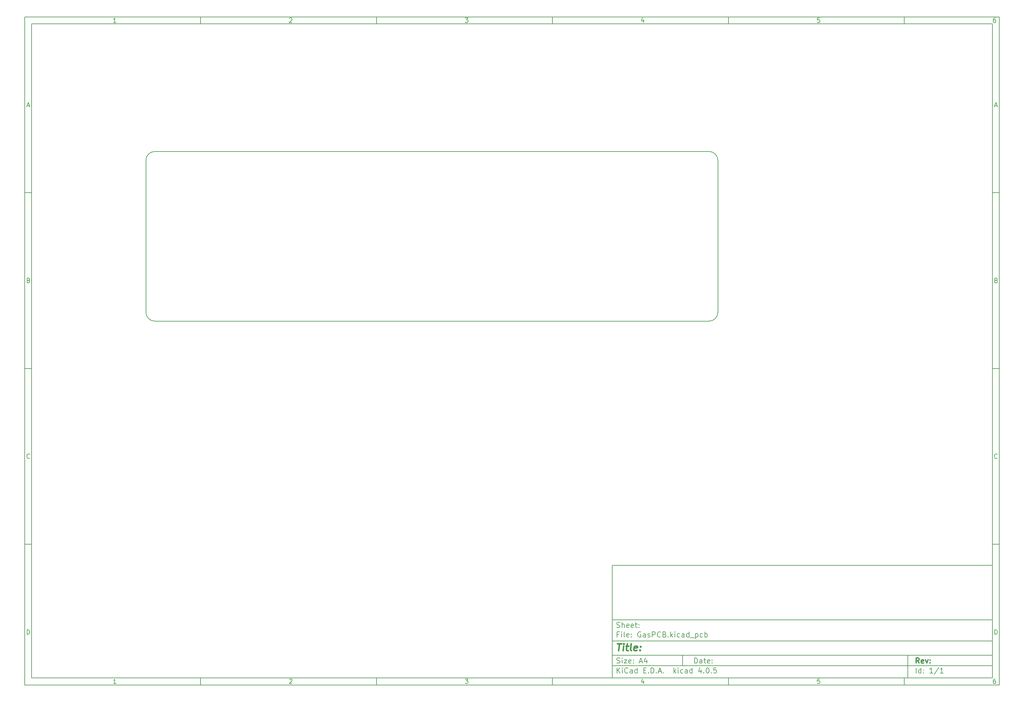
<source format=gbr>
G04 #@! TF.FileFunction,Profile,NP*
%FSLAX46Y46*%
G04 Gerber Fmt 4.6, Leading zero omitted, Abs format (unit mm)*
G04 Created by KiCad (PCBNEW 4.0.5) date 02/28/17 22:53:05*
%MOMM*%
%LPD*%
G01*
G04 APERTURE LIST*
%ADD10C,0.100000*%
%ADD11C,0.150000*%
%ADD12C,0.300000*%
%ADD13C,0.400000*%
G04 APERTURE END LIST*
D10*
D11*
X177002200Y-166007200D02*
X177002200Y-198007200D01*
X285002200Y-198007200D01*
X285002200Y-166007200D01*
X177002200Y-166007200D01*
D10*
D11*
X10000000Y-10000000D02*
X10000000Y-200007200D01*
X287002200Y-200007200D01*
X287002200Y-10000000D01*
X10000000Y-10000000D01*
D10*
D11*
X12000000Y-12000000D02*
X12000000Y-198007200D01*
X285002200Y-198007200D01*
X285002200Y-12000000D01*
X12000000Y-12000000D01*
D10*
D11*
X60000000Y-12000000D02*
X60000000Y-10000000D01*
D10*
D11*
X110000000Y-12000000D02*
X110000000Y-10000000D01*
D10*
D11*
X160000000Y-12000000D02*
X160000000Y-10000000D01*
D10*
D11*
X210000000Y-12000000D02*
X210000000Y-10000000D01*
D10*
D11*
X260000000Y-12000000D02*
X260000000Y-10000000D01*
D10*
D11*
X35990476Y-11588095D02*
X35247619Y-11588095D01*
X35619048Y-11588095D02*
X35619048Y-10288095D01*
X35495238Y-10473810D01*
X35371429Y-10597619D01*
X35247619Y-10659524D01*
D10*
D11*
X85247619Y-10411905D02*
X85309524Y-10350000D01*
X85433333Y-10288095D01*
X85742857Y-10288095D01*
X85866667Y-10350000D01*
X85928571Y-10411905D01*
X85990476Y-10535714D01*
X85990476Y-10659524D01*
X85928571Y-10845238D01*
X85185714Y-11588095D01*
X85990476Y-11588095D01*
D10*
D11*
X135185714Y-10288095D02*
X135990476Y-10288095D01*
X135557143Y-10783333D01*
X135742857Y-10783333D01*
X135866667Y-10845238D01*
X135928571Y-10907143D01*
X135990476Y-11030952D01*
X135990476Y-11340476D01*
X135928571Y-11464286D01*
X135866667Y-11526190D01*
X135742857Y-11588095D01*
X135371429Y-11588095D01*
X135247619Y-11526190D01*
X135185714Y-11464286D01*
D10*
D11*
X185866667Y-10721429D02*
X185866667Y-11588095D01*
X185557143Y-10226190D02*
X185247619Y-11154762D01*
X186052381Y-11154762D01*
D10*
D11*
X235928571Y-10288095D02*
X235309524Y-10288095D01*
X235247619Y-10907143D01*
X235309524Y-10845238D01*
X235433333Y-10783333D01*
X235742857Y-10783333D01*
X235866667Y-10845238D01*
X235928571Y-10907143D01*
X235990476Y-11030952D01*
X235990476Y-11340476D01*
X235928571Y-11464286D01*
X235866667Y-11526190D01*
X235742857Y-11588095D01*
X235433333Y-11588095D01*
X235309524Y-11526190D01*
X235247619Y-11464286D01*
D10*
D11*
X285866667Y-10288095D02*
X285619048Y-10288095D01*
X285495238Y-10350000D01*
X285433333Y-10411905D01*
X285309524Y-10597619D01*
X285247619Y-10845238D01*
X285247619Y-11340476D01*
X285309524Y-11464286D01*
X285371429Y-11526190D01*
X285495238Y-11588095D01*
X285742857Y-11588095D01*
X285866667Y-11526190D01*
X285928571Y-11464286D01*
X285990476Y-11340476D01*
X285990476Y-11030952D01*
X285928571Y-10907143D01*
X285866667Y-10845238D01*
X285742857Y-10783333D01*
X285495238Y-10783333D01*
X285371429Y-10845238D01*
X285309524Y-10907143D01*
X285247619Y-11030952D01*
D10*
D11*
X60000000Y-198007200D02*
X60000000Y-200007200D01*
D10*
D11*
X110000000Y-198007200D02*
X110000000Y-200007200D01*
D10*
D11*
X160000000Y-198007200D02*
X160000000Y-200007200D01*
D10*
D11*
X210000000Y-198007200D02*
X210000000Y-200007200D01*
D10*
D11*
X260000000Y-198007200D02*
X260000000Y-200007200D01*
D10*
D11*
X35990476Y-199595295D02*
X35247619Y-199595295D01*
X35619048Y-199595295D02*
X35619048Y-198295295D01*
X35495238Y-198481010D01*
X35371429Y-198604819D01*
X35247619Y-198666724D01*
D10*
D11*
X85247619Y-198419105D02*
X85309524Y-198357200D01*
X85433333Y-198295295D01*
X85742857Y-198295295D01*
X85866667Y-198357200D01*
X85928571Y-198419105D01*
X85990476Y-198542914D01*
X85990476Y-198666724D01*
X85928571Y-198852438D01*
X85185714Y-199595295D01*
X85990476Y-199595295D01*
D10*
D11*
X135185714Y-198295295D02*
X135990476Y-198295295D01*
X135557143Y-198790533D01*
X135742857Y-198790533D01*
X135866667Y-198852438D01*
X135928571Y-198914343D01*
X135990476Y-199038152D01*
X135990476Y-199347676D01*
X135928571Y-199471486D01*
X135866667Y-199533390D01*
X135742857Y-199595295D01*
X135371429Y-199595295D01*
X135247619Y-199533390D01*
X135185714Y-199471486D01*
D10*
D11*
X185866667Y-198728629D02*
X185866667Y-199595295D01*
X185557143Y-198233390D02*
X185247619Y-199161962D01*
X186052381Y-199161962D01*
D10*
D11*
X235928571Y-198295295D02*
X235309524Y-198295295D01*
X235247619Y-198914343D01*
X235309524Y-198852438D01*
X235433333Y-198790533D01*
X235742857Y-198790533D01*
X235866667Y-198852438D01*
X235928571Y-198914343D01*
X235990476Y-199038152D01*
X235990476Y-199347676D01*
X235928571Y-199471486D01*
X235866667Y-199533390D01*
X235742857Y-199595295D01*
X235433333Y-199595295D01*
X235309524Y-199533390D01*
X235247619Y-199471486D01*
D10*
D11*
X285866667Y-198295295D02*
X285619048Y-198295295D01*
X285495238Y-198357200D01*
X285433333Y-198419105D01*
X285309524Y-198604819D01*
X285247619Y-198852438D01*
X285247619Y-199347676D01*
X285309524Y-199471486D01*
X285371429Y-199533390D01*
X285495238Y-199595295D01*
X285742857Y-199595295D01*
X285866667Y-199533390D01*
X285928571Y-199471486D01*
X285990476Y-199347676D01*
X285990476Y-199038152D01*
X285928571Y-198914343D01*
X285866667Y-198852438D01*
X285742857Y-198790533D01*
X285495238Y-198790533D01*
X285371429Y-198852438D01*
X285309524Y-198914343D01*
X285247619Y-199038152D01*
D10*
D11*
X10000000Y-60000000D02*
X12000000Y-60000000D01*
D10*
D11*
X10000000Y-110000000D02*
X12000000Y-110000000D01*
D10*
D11*
X10000000Y-160000000D02*
X12000000Y-160000000D01*
D10*
D11*
X10690476Y-35216667D02*
X11309524Y-35216667D01*
X10566667Y-35588095D02*
X11000000Y-34288095D01*
X11433333Y-35588095D01*
D10*
D11*
X11092857Y-84907143D02*
X11278571Y-84969048D01*
X11340476Y-85030952D01*
X11402381Y-85154762D01*
X11402381Y-85340476D01*
X11340476Y-85464286D01*
X11278571Y-85526190D01*
X11154762Y-85588095D01*
X10659524Y-85588095D01*
X10659524Y-84288095D01*
X11092857Y-84288095D01*
X11216667Y-84350000D01*
X11278571Y-84411905D01*
X11340476Y-84535714D01*
X11340476Y-84659524D01*
X11278571Y-84783333D01*
X11216667Y-84845238D01*
X11092857Y-84907143D01*
X10659524Y-84907143D01*
D10*
D11*
X11402381Y-135464286D02*
X11340476Y-135526190D01*
X11154762Y-135588095D01*
X11030952Y-135588095D01*
X10845238Y-135526190D01*
X10721429Y-135402381D01*
X10659524Y-135278571D01*
X10597619Y-135030952D01*
X10597619Y-134845238D01*
X10659524Y-134597619D01*
X10721429Y-134473810D01*
X10845238Y-134350000D01*
X11030952Y-134288095D01*
X11154762Y-134288095D01*
X11340476Y-134350000D01*
X11402381Y-134411905D01*
D10*
D11*
X10659524Y-185588095D02*
X10659524Y-184288095D01*
X10969048Y-184288095D01*
X11154762Y-184350000D01*
X11278571Y-184473810D01*
X11340476Y-184597619D01*
X11402381Y-184845238D01*
X11402381Y-185030952D01*
X11340476Y-185278571D01*
X11278571Y-185402381D01*
X11154762Y-185526190D01*
X10969048Y-185588095D01*
X10659524Y-185588095D01*
D10*
D11*
X287002200Y-60000000D02*
X285002200Y-60000000D01*
D10*
D11*
X287002200Y-110000000D02*
X285002200Y-110000000D01*
D10*
D11*
X287002200Y-160000000D02*
X285002200Y-160000000D01*
D10*
D11*
X285692676Y-35216667D02*
X286311724Y-35216667D01*
X285568867Y-35588095D02*
X286002200Y-34288095D01*
X286435533Y-35588095D01*
D10*
D11*
X286095057Y-84907143D02*
X286280771Y-84969048D01*
X286342676Y-85030952D01*
X286404581Y-85154762D01*
X286404581Y-85340476D01*
X286342676Y-85464286D01*
X286280771Y-85526190D01*
X286156962Y-85588095D01*
X285661724Y-85588095D01*
X285661724Y-84288095D01*
X286095057Y-84288095D01*
X286218867Y-84350000D01*
X286280771Y-84411905D01*
X286342676Y-84535714D01*
X286342676Y-84659524D01*
X286280771Y-84783333D01*
X286218867Y-84845238D01*
X286095057Y-84907143D01*
X285661724Y-84907143D01*
D10*
D11*
X286404581Y-135464286D02*
X286342676Y-135526190D01*
X286156962Y-135588095D01*
X286033152Y-135588095D01*
X285847438Y-135526190D01*
X285723629Y-135402381D01*
X285661724Y-135278571D01*
X285599819Y-135030952D01*
X285599819Y-134845238D01*
X285661724Y-134597619D01*
X285723629Y-134473810D01*
X285847438Y-134350000D01*
X286033152Y-134288095D01*
X286156962Y-134288095D01*
X286342676Y-134350000D01*
X286404581Y-134411905D01*
D10*
D11*
X285661724Y-185588095D02*
X285661724Y-184288095D01*
X285971248Y-184288095D01*
X286156962Y-184350000D01*
X286280771Y-184473810D01*
X286342676Y-184597619D01*
X286404581Y-184845238D01*
X286404581Y-185030952D01*
X286342676Y-185278571D01*
X286280771Y-185402381D01*
X286156962Y-185526190D01*
X285971248Y-185588095D01*
X285661724Y-185588095D01*
D10*
D11*
X200359343Y-193785771D02*
X200359343Y-192285771D01*
X200716486Y-192285771D01*
X200930771Y-192357200D01*
X201073629Y-192500057D01*
X201145057Y-192642914D01*
X201216486Y-192928629D01*
X201216486Y-193142914D01*
X201145057Y-193428629D01*
X201073629Y-193571486D01*
X200930771Y-193714343D01*
X200716486Y-193785771D01*
X200359343Y-193785771D01*
X202502200Y-193785771D02*
X202502200Y-193000057D01*
X202430771Y-192857200D01*
X202287914Y-192785771D01*
X202002200Y-192785771D01*
X201859343Y-192857200D01*
X202502200Y-193714343D02*
X202359343Y-193785771D01*
X202002200Y-193785771D01*
X201859343Y-193714343D01*
X201787914Y-193571486D01*
X201787914Y-193428629D01*
X201859343Y-193285771D01*
X202002200Y-193214343D01*
X202359343Y-193214343D01*
X202502200Y-193142914D01*
X203002200Y-192785771D02*
X203573629Y-192785771D01*
X203216486Y-192285771D02*
X203216486Y-193571486D01*
X203287914Y-193714343D01*
X203430772Y-193785771D01*
X203573629Y-193785771D01*
X204645057Y-193714343D02*
X204502200Y-193785771D01*
X204216486Y-193785771D01*
X204073629Y-193714343D01*
X204002200Y-193571486D01*
X204002200Y-193000057D01*
X204073629Y-192857200D01*
X204216486Y-192785771D01*
X204502200Y-192785771D01*
X204645057Y-192857200D01*
X204716486Y-193000057D01*
X204716486Y-193142914D01*
X204002200Y-193285771D01*
X205359343Y-193642914D02*
X205430771Y-193714343D01*
X205359343Y-193785771D01*
X205287914Y-193714343D01*
X205359343Y-193642914D01*
X205359343Y-193785771D01*
X205359343Y-192857200D02*
X205430771Y-192928629D01*
X205359343Y-193000057D01*
X205287914Y-192928629D01*
X205359343Y-192857200D01*
X205359343Y-193000057D01*
D10*
D11*
X177002200Y-194507200D02*
X285002200Y-194507200D01*
D10*
D11*
X178359343Y-196585771D02*
X178359343Y-195085771D01*
X179216486Y-196585771D02*
X178573629Y-195728629D01*
X179216486Y-195085771D02*
X178359343Y-195942914D01*
X179859343Y-196585771D02*
X179859343Y-195585771D01*
X179859343Y-195085771D02*
X179787914Y-195157200D01*
X179859343Y-195228629D01*
X179930771Y-195157200D01*
X179859343Y-195085771D01*
X179859343Y-195228629D01*
X181430772Y-196442914D02*
X181359343Y-196514343D01*
X181145057Y-196585771D01*
X181002200Y-196585771D01*
X180787915Y-196514343D01*
X180645057Y-196371486D01*
X180573629Y-196228629D01*
X180502200Y-195942914D01*
X180502200Y-195728629D01*
X180573629Y-195442914D01*
X180645057Y-195300057D01*
X180787915Y-195157200D01*
X181002200Y-195085771D01*
X181145057Y-195085771D01*
X181359343Y-195157200D01*
X181430772Y-195228629D01*
X182716486Y-196585771D02*
X182716486Y-195800057D01*
X182645057Y-195657200D01*
X182502200Y-195585771D01*
X182216486Y-195585771D01*
X182073629Y-195657200D01*
X182716486Y-196514343D02*
X182573629Y-196585771D01*
X182216486Y-196585771D01*
X182073629Y-196514343D01*
X182002200Y-196371486D01*
X182002200Y-196228629D01*
X182073629Y-196085771D01*
X182216486Y-196014343D01*
X182573629Y-196014343D01*
X182716486Y-195942914D01*
X184073629Y-196585771D02*
X184073629Y-195085771D01*
X184073629Y-196514343D02*
X183930772Y-196585771D01*
X183645058Y-196585771D01*
X183502200Y-196514343D01*
X183430772Y-196442914D01*
X183359343Y-196300057D01*
X183359343Y-195871486D01*
X183430772Y-195728629D01*
X183502200Y-195657200D01*
X183645058Y-195585771D01*
X183930772Y-195585771D01*
X184073629Y-195657200D01*
X185930772Y-195800057D02*
X186430772Y-195800057D01*
X186645058Y-196585771D02*
X185930772Y-196585771D01*
X185930772Y-195085771D01*
X186645058Y-195085771D01*
X187287915Y-196442914D02*
X187359343Y-196514343D01*
X187287915Y-196585771D01*
X187216486Y-196514343D01*
X187287915Y-196442914D01*
X187287915Y-196585771D01*
X188002201Y-196585771D02*
X188002201Y-195085771D01*
X188359344Y-195085771D01*
X188573629Y-195157200D01*
X188716487Y-195300057D01*
X188787915Y-195442914D01*
X188859344Y-195728629D01*
X188859344Y-195942914D01*
X188787915Y-196228629D01*
X188716487Y-196371486D01*
X188573629Y-196514343D01*
X188359344Y-196585771D01*
X188002201Y-196585771D01*
X189502201Y-196442914D02*
X189573629Y-196514343D01*
X189502201Y-196585771D01*
X189430772Y-196514343D01*
X189502201Y-196442914D01*
X189502201Y-196585771D01*
X190145058Y-196157200D02*
X190859344Y-196157200D01*
X190002201Y-196585771D02*
X190502201Y-195085771D01*
X191002201Y-196585771D01*
X191502201Y-196442914D02*
X191573629Y-196514343D01*
X191502201Y-196585771D01*
X191430772Y-196514343D01*
X191502201Y-196442914D01*
X191502201Y-196585771D01*
X194502201Y-196585771D02*
X194502201Y-195085771D01*
X194645058Y-196014343D02*
X195073629Y-196585771D01*
X195073629Y-195585771D02*
X194502201Y-196157200D01*
X195716487Y-196585771D02*
X195716487Y-195585771D01*
X195716487Y-195085771D02*
X195645058Y-195157200D01*
X195716487Y-195228629D01*
X195787915Y-195157200D01*
X195716487Y-195085771D01*
X195716487Y-195228629D01*
X197073630Y-196514343D02*
X196930773Y-196585771D01*
X196645059Y-196585771D01*
X196502201Y-196514343D01*
X196430773Y-196442914D01*
X196359344Y-196300057D01*
X196359344Y-195871486D01*
X196430773Y-195728629D01*
X196502201Y-195657200D01*
X196645059Y-195585771D01*
X196930773Y-195585771D01*
X197073630Y-195657200D01*
X198359344Y-196585771D02*
X198359344Y-195800057D01*
X198287915Y-195657200D01*
X198145058Y-195585771D01*
X197859344Y-195585771D01*
X197716487Y-195657200D01*
X198359344Y-196514343D02*
X198216487Y-196585771D01*
X197859344Y-196585771D01*
X197716487Y-196514343D01*
X197645058Y-196371486D01*
X197645058Y-196228629D01*
X197716487Y-196085771D01*
X197859344Y-196014343D01*
X198216487Y-196014343D01*
X198359344Y-195942914D01*
X199716487Y-196585771D02*
X199716487Y-195085771D01*
X199716487Y-196514343D02*
X199573630Y-196585771D01*
X199287916Y-196585771D01*
X199145058Y-196514343D01*
X199073630Y-196442914D01*
X199002201Y-196300057D01*
X199002201Y-195871486D01*
X199073630Y-195728629D01*
X199145058Y-195657200D01*
X199287916Y-195585771D01*
X199573630Y-195585771D01*
X199716487Y-195657200D01*
X202216487Y-195585771D02*
X202216487Y-196585771D01*
X201859344Y-195014343D02*
X201502201Y-196085771D01*
X202430773Y-196085771D01*
X203002201Y-196442914D02*
X203073629Y-196514343D01*
X203002201Y-196585771D01*
X202930772Y-196514343D01*
X203002201Y-196442914D01*
X203002201Y-196585771D01*
X204002201Y-195085771D02*
X204145058Y-195085771D01*
X204287915Y-195157200D01*
X204359344Y-195228629D01*
X204430773Y-195371486D01*
X204502201Y-195657200D01*
X204502201Y-196014343D01*
X204430773Y-196300057D01*
X204359344Y-196442914D01*
X204287915Y-196514343D01*
X204145058Y-196585771D01*
X204002201Y-196585771D01*
X203859344Y-196514343D01*
X203787915Y-196442914D01*
X203716487Y-196300057D01*
X203645058Y-196014343D01*
X203645058Y-195657200D01*
X203716487Y-195371486D01*
X203787915Y-195228629D01*
X203859344Y-195157200D01*
X204002201Y-195085771D01*
X205145058Y-196442914D02*
X205216486Y-196514343D01*
X205145058Y-196585771D01*
X205073629Y-196514343D01*
X205145058Y-196442914D01*
X205145058Y-196585771D01*
X206573630Y-195085771D02*
X205859344Y-195085771D01*
X205787915Y-195800057D01*
X205859344Y-195728629D01*
X206002201Y-195657200D01*
X206359344Y-195657200D01*
X206502201Y-195728629D01*
X206573630Y-195800057D01*
X206645058Y-195942914D01*
X206645058Y-196300057D01*
X206573630Y-196442914D01*
X206502201Y-196514343D01*
X206359344Y-196585771D01*
X206002201Y-196585771D01*
X205859344Y-196514343D01*
X205787915Y-196442914D01*
D10*
D11*
X177002200Y-191507200D02*
X285002200Y-191507200D01*
D10*
D12*
X264216486Y-193785771D02*
X263716486Y-193071486D01*
X263359343Y-193785771D02*
X263359343Y-192285771D01*
X263930771Y-192285771D01*
X264073629Y-192357200D01*
X264145057Y-192428629D01*
X264216486Y-192571486D01*
X264216486Y-192785771D01*
X264145057Y-192928629D01*
X264073629Y-193000057D01*
X263930771Y-193071486D01*
X263359343Y-193071486D01*
X265430771Y-193714343D02*
X265287914Y-193785771D01*
X265002200Y-193785771D01*
X264859343Y-193714343D01*
X264787914Y-193571486D01*
X264787914Y-193000057D01*
X264859343Y-192857200D01*
X265002200Y-192785771D01*
X265287914Y-192785771D01*
X265430771Y-192857200D01*
X265502200Y-193000057D01*
X265502200Y-193142914D01*
X264787914Y-193285771D01*
X266002200Y-192785771D02*
X266359343Y-193785771D01*
X266716485Y-192785771D01*
X267287914Y-193642914D02*
X267359342Y-193714343D01*
X267287914Y-193785771D01*
X267216485Y-193714343D01*
X267287914Y-193642914D01*
X267287914Y-193785771D01*
X267287914Y-192857200D02*
X267359342Y-192928629D01*
X267287914Y-193000057D01*
X267216485Y-192928629D01*
X267287914Y-192857200D01*
X267287914Y-193000057D01*
D10*
D11*
X178287914Y-193714343D02*
X178502200Y-193785771D01*
X178859343Y-193785771D01*
X179002200Y-193714343D01*
X179073629Y-193642914D01*
X179145057Y-193500057D01*
X179145057Y-193357200D01*
X179073629Y-193214343D01*
X179002200Y-193142914D01*
X178859343Y-193071486D01*
X178573629Y-193000057D01*
X178430771Y-192928629D01*
X178359343Y-192857200D01*
X178287914Y-192714343D01*
X178287914Y-192571486D01*
X178359343Y-192428629D01*
X178430771Y-192357200D01*
X178573629Y-192285771D01*
X178930771Y-192285771D01*
X179145057Y-192357200D01*
X179787914Y-193785771D02*
X179787914Y-192785771D01*
X179787914Y-192285771D02*
X179716485Y-192357200D01*
X179787914Y-192428629D01*
X179859342Y-192357200D01*
X179787914Y-192285771D01*
X179787914Y-192428629D01*
X180359343Y-192785771D02*
X181145057Y-192785771D01*
X180359343Y-193785771D01*
X181145057Y-193785771D01*
X182287914Y-193714343D02*
X182145057Y-193785771D01*
X181859343Y-193785771D01*
X181716486Y-193714343D01*
X181645057Y-193571486D01*
X181645057Y-193000057D01*
X181716486Y-192857200D01*
X181859343Y-192785771D01*
X182145057Y-192785771D01*
X182287914Y-192857200D01*
X182359343Y-193000057D01*
X182359343Y-193142914D01*
X181645057Y-193285771D01*
X183002200Y-193642914D02*
X183073628Y-193714343D01*
X183002200Y-193785771D01*
X182930771Y-193714343D01*
X183002200Y-193642914D01*
X183002200Y-193785771D01*
X183002200Y-192857200D02*
X183073628Y-192928629D01*
X183002200Y-193000057D01*
X182930771Y-192928629D01*
X183002200Y-192857200D01*
X183002200Y-193000057D01*
X184787914Y-193357200D02*
X185502200Y-193357200D01*
X184645057Y-193785771D02*
X185145057Y-192285771D01*
X185645057Y-193785771D01*
X186787914Y-192785771D02*
X186787914Y-193785771D01*
X186430771Y-192214343D02*
X186073628Y-193285771D01*
X187002200Y-193285771D01*
D10*
D11*
X263359343Y-196585771D02*
X263359343Y-195085771D01*
X264716486Y-196585771D02*
X264716486Y-195085771D01*
X264716486Y-196514343D02*
X264573629Y-196585771D01*
X264287915Y-196585771D01*
X264145057Y-196514343D01*
X264073629Y-196442914D01*
X264002200Y-196300057D01*
X264002200Y-195871486D01*
X264073629Y-195728629D01*
X264145057Y-195657200D01*
X264287915Y-195585771D01*
X264573629Y-195585771D01*
X264716486Y-195657200D01*
X265430772Y-196442914D02*
X265502200Y-196514343D01*
X265430772Y-196585771D01*
X265359343Y-196514343D01*
X265430772Y-196442914D01*
X265430772Y-196585771D01*
X265430772Y-195657200D02*
X265502200Y-195728629D01*
X265430772Y-195800057D01*
X265359343Y-195728629D01*
X265430772Y-195657200D01*
X265430772Y-195800057D01*
X268073629Y-196585771D02*
X267216486Y-196585771D01*
X267645058Y-196585771D02*
X267645058Y-195085771D01*
X267502201Y-195300057D01*
X267359343Y-195442914D01*
X267216486Y-195514343D01*
X269787914Y-195014343D02*
X268502200Y-196942914D01*
X271073629Y-196585771D02*
X270216486Y-196585771D01*
X270645058Y-196585771D02*
X270645058Y-195085771D01*
X270502201Y-195300057D01*
X270359343Y-195442914D01*
X270216486Y-195514343D01*
D10*
D11*
X177002200Y-187507200D02*
X285002200Y-187507200D01*
D10*
D13*
X178454581Y-188211962D02*
X179597438Y-188211962D01*
X178776010Y-190211962D02*
X179026010Y-188211962D01*
X180014105Y-190211962D02*
X180180771Y-188878629D01*
X180264105Y-188211962D02*
X180156962Y-188307200D01*
X180240295Y-188402438D01*
X180347439Y-188307200D01*
X180264105Y-188211962D01*
X180240295Y-188402438D01*
X180847438Y-188878629D02*
X181609343Y-188878629D01*
X181216486Y-188211962D02*
X181002200Y-189926248D01*
X181073630Y-190116724D01*
X181252201Y-190211962D01*
X181442677Y-190211962D01*
X182395058Y-190211962D02*
X182216487Y-190116724D01*
X182145057Y-189926248D01*
X182359343Y-188211962D01*
X183930772Y-190116724D02*
X183728391Y-190211962D01*
X183347439Y-190211962D01*
X183168867Y-190116724D01*
X183097438Y-189926248D01*
X183192676Y-189164343D01*
X183311724Y-188973867D01*
X183514105Y-188878629D01*
X183895057Y-188878629D01*
X184073629Y-188973867D01*
X184145057Y-189164343D01*
X184121248Y-189354819D01*
X183145057Y-189545295D01*
X184895057Y-190021486D02*
X184978392Y-190116724D01*
X184871248Y-190211962D01*
X184787915Y-190116724D01*
X184895057Y-190021486D01*
X184871248Y-190211962D01*
X185026010Y-188973867D02*
X185109344Y-189069105D01*
X185002200Y-189164343D01*
X184918867Y-189069105D01*
X185026010Y-188973867D01*
X185002200Y-189164343D01*
D10*
D11*
X178859343Y-185600057D02*
X178359343Y-185600057D01*
X178359343Y-186385771D02*
X178359343Y-184885771D01*
X179073629Y-184885771D01*
X179645057Y-186385771D02*
X179645057Y-185385771D01*
X179645057Y-184885771D02*
X179573628Y-184957200D01*
X179645057Y-185028629D01*
X179716485Y-184957200D01*
X179645057Y-184885771D01*
X179645057Y-185028629D01*
X180573629Y-186385771D02*
X180430771Y-186314343D01*
X180359343Y-186171486D01*
X180359343Y-184885771D01*
X181716485Y-186314343D02*
X181573628Y-186385771D01*
X181287914Y-186385771D01*
X181145057Y-186314343D01*
X181073628Y-186171486D01*
X181073628Y-185600057D01*
X181145057Y-185457200D01*
X181287914Y-185385771D01*
X181573628Y-185385771D01*
X181716485Y-185457200D01*
X181787914Y-185600057D01*
X181787914Y-185742914D01*
X181073628Y-185885771D01*
X182430771Y-186242914D02*
X182502199Y-186314343D01*
X182430771Y-186385771D01*
X182359342Y-186314343D01*
X182430771Y-186242914D01*
X182430771Y-186385771D01*
X182430771Y-185457200D02*
X182502199Y-185528629D01*
X182430771Y-185600057D01*
X182359342Y-185528629D01*
X182430771Y-185457200D01*
X182430771Y-185600057D01*
X185073628Y-184957200D02*
X184930771Y-184885771D01*
X184716485Y-184885771D01*
X184502200Y-184957200D01*
X184359342Y-185100057D01*
X184287914Y-185242914D01*
X184216485Y-185528629D01*
X184216485Y-185742914D01*
X184287914Y-186028629D01*
X184359342Y-186171486D01*
X184502200Y-186314343D01*
X184716485Y-186385771D01*
X184859342Y-186385771D01*
X185073628Y-186314343D01*
X185145057Y-186242914D01*
X185145057Y-185742914D01*
X184859342Y-185742914D01*
X186430771Y-186385771D02*
X186430771Y-185600057D01*
X186359342Y-185457200D01*
X186216485Y-185385771D01*
X185930771Y-185385771D01*
X185787914Y-185457200D01*
X186430771Y-186314343D02*
X186287914Y-186385771D01*
X185930771Y-186385771D01*
X185787914Y-186314343D01*
X185716485Y-186171486D01*
X185716485Y-186028629D01*
X185787914Y-185885771D01*
X185930771Y-185814343D01*
X186287914Y-185814343D01*
X186430771Y-185742914D01*
X187073628Y-186314343D02*
X187216485Y-186385771D01*
X187502200Y-186385771D01*
X187645057Y-186314343D01*
X187716485Y-186171486D01*
X187716485Y-186100057D01*
X187645057Y-185957200D01*
X187502200Y-185885771D01*
X187287914Y-185885771D01*
X187145057Y-185814343D01*
X187073628Y-185671486D01*
X187073628Y-185600057D01*
X187145057Y-185457200D01*
X187287914Y-185385771D01*
X187502200Y-185385771D01*
X187645057Y-185457200D01*
X188359343Y-186385771D02*
X188359343Y-184885771D01*
X188930771Y-184885771D01*
X189073629Y-184957200D01*
X189145057Y-185028629D01*
X189216486Y-185171486D01*
X189216486Y-185385771D01*
X189145057Y-185528629D01*
X189073629Y-185600057D01*
X188930771Y-185671486D01*
X188359343Y-185671486D01*
X190716486Y-186242914D02*
X190645057Y-186314343D01*
X190430771Y-186385771D01*
X190287914Y-186385771D01*
X190073629Y-186314343D01*
X189930771Y-186171486D01*
X189859343Y-186028629D01*
X189787914Y-185742914D01*
X189787914Y-185528629D01*
X189859343Y-185242914D01*
X189930771Y-185100057D01*
X190073629Y-184957200D01*
X190287914Y-184885771D01*
X190430771Y-184885771D01*
X190645057Y-184957200D01*
X190716486Y-185028629D01*
X191859343Y-185600057D02*
X192073629Y-185671486D01*
X192145057Y-185742914D01*
X192216486Y-185885771D01*
X192216486Y-186100057D01*
X192145057Y-186242914D01*
X192073629Y-186314343D01*
X191930771Y-186385771D01*
X191359343Y-186385771D01*
X191359343Y-184885771D01*
X191859343Y-184885771D01*
X192002200Y-184957200D01*
X192073629Y-185028629D01*
X192145057Y-185171486D01*
X192145057Y-185314343D01*
X192073629Y-185457200D01*
X192002200Y-185528629D01*
X191859343Y-185600057D01*
X191359343Y-185600057D01*
X192859343Y-186242914D02*
X192930771Y-186314343D01*
X192859343Y-186385771D01*
X192787914Y-186314343D01*
X192859343Y-186242914D01*
X192859343Y-186385771D01*
X193573629Y-186385771D02*
X193573629Y-184885771D01*
X193716486Y-185814343D02*
X194145057Y-186385771D01*
X194145057Y-185385771D02*
X193573629Y-185957200D01*
X194787915Y-186385771D02*
X194787915Y-185385771D01*
X194787915Y-184885771D02*
X194716486Y-184957200D01*
X194787915Y-185028629D01*
X194859343Y-184957200D01*
X194787915Y-184885771D01*
X194787915Y-185028629D01*
X196145058Y-186314343D02*
X196002201Y-186385771D01*
X195716487Y-186385771D01*
X195573629Y-186314343D01*
X195502201Y-186242914D01*
X195430772Y-186100057D01*
X195430772Y-185671486D01*
X195502201Y-185528629D01*
X195573629Y-185457200D01*
X195716487Y-185385771D01*
X196002201Y-185385771D01*
X196145058Y-185457200D01*
X197430772Y-186385771D02*
X197430772Y-185600057D01*
X197359343Y-185457200D01*
X197216486Y-185385771D01*
X196930772Y-185385771D01*
X196787915Y-185457200D01*
X197430772Y-186314343D02*
X197287915Y-186385771D01*
X196930772Y-186385771D01*
X196787915Y-186314343D01*
X196716486Y-186171486D01*
X196716486Y-186028629D01*
X196787915Y-185885771D01*
X196930772Y-185814343D01*
X197287915Y-185814343D01*
X197430772Y-185742914D01*
X198787915Y-186385771D02*
X198787915Y-184885771D01*
X198787915Y-186314343D02*
X198645058Y-186385771D01*
X198359344Y-186385771D01*
X198216486Y-186314343D01*
X198145058Y-186242914D01*
X198073629Y-186100057D01*
X198073629Y-185671486D01*
X198145058Y-185528629D01*
X198216486Y-185457200D01*
X198359344Y-185385771D01*
X198645058Y-185385771D01*
X198787915Y-185457200D01*
X199145058Y-186528629D02*
X200287915Y-186528629D01*
X200645058Y-185385771D02*
X200645058Y-186885771D01*
X200645058Y-185457200D02*
X200787915Y-185385771D01*
X201073629Y-185385771D01*
X201216486Y-185457200D01*
X201287915Y-185528629D01*
X201359344Y-185671486D01*
X201359344Y-186100057D01*
X201287915Y-186242914D01*
X201216486Y-186314343D01*
X201073629Y-186385771D01*
X200787915Y-186385771D01*
X200645058Y-186314343D01*
X202645058Y-186314343D02*
X202502201Y-186385771D01*
X202216487Y-186385771D01*
X202073629Y-186314343D01*
X202002201Y-186242914D01*
X201930772Y-186100057D01*
X201930772Y-185671486D01*
X202002201Y-185528629D01*
X202073629Y-185457200D01*
X202216487Y-185385771D01*
X202502201Y-185385771D01*
X202645058Y-185457200D01*
X203287915Y-186385771D02*
X203287915Y-184885771D01*
X203287915Y-185457200D02*
X203430772Y-185385771D01*
X203716486Y-185385771D01*
X203859343Y-185457200D01*
X203930772Y-185528629D01*
X204002201Y-185671486D01*
X204002201Y-186100057D01*
X203930772Y-186242914D01*
X203859343Y-186314343D01*
X203716486Y-186385771D01*
X203430772Y-186385771D01*
X203287915Y-186314343D01*
D10*
D11*
X177002200Y-181507200D02*
X285002200Y-181507200D01*
D10*
D11*
X178287914Y-183614343D02*
X178502200Y-183685771D01*
X178859343Y-183685771D01*
X179002200Y-183614343D01*
X179073629Y-183542914D01*
X179145057Y-183400057D01*
X179145057Y-183257200D01*
X179073629Y-183114343D01*
X179002200Y-183042914D01*
X178859343Y-182971486D01*
X178573629Y-182900057D01*
X178430771Y-182828629D01*
X178359343Y-182757200D01*
X178287914Y-182614343D01*
X178287914Y-182471486D01*
X178359343Y-182328629D01*
X178430771Y-182257200D01*
X178573629Y-182185771D01*
X178930771Y-182185771D01*
X179145057Y-182257200D01*
X179787914Y-183685771D02*
X179787914Y-182185771D01*
X180430771Y-183685771D02*
X180430771Y-182900057D01*
X180359342Y-182757200D01*
X180216485Y-182685771D01*
X180002200Y-182685771D01*
X179859342Y-182757200D01*
X179787914Y-182828629D01*
X181716485Y-183614343D02*
X181573628Y-183685771D01*
X181287914Y-183685771D01*
X181145057Y-183614343D01*
X181073628Y-183471486D01*
X181073628Y-182900057D01*
X181145057Y-182757200D01*
X181287914Y-182685771D01*
X181573628Y-182685771D01*
X181716485Y-182757200D01*
X181787914Y-182900057D01*
X181787914Y-183042914D01*
X181073628Y-183185771D01*
X183002199Y-183614343D02*
X182859342Y-183685771D01*
X182573628Y-183685771D01*
X182430771Y-183614343D01*
X182359342Y-183471486D01*
X182359342Y-182900057D01*
X182430771Y-182757200D01*
X182573628Y-182685771D01*
X182859342Y-182685771D01*
X183002199Y-182757200D01*
X183073628Y-182900057D01*
X183073628Y-183042914D01*
X182359342Y-183185771D01*
X183502199Y-182685771D02*
X184073628Y-182685771D01*
X183716485Y-182185771D02*
X183716485Y-183471486D01*
X183787913Y-183614343D01*
X183930771Y-183685771D01*
X184073628Y-183685771D01*
X184573628Y-183542914D02*
X184645056Y-183614343D01*
X184573628Y-183685771D01*
X184502199Y-183614343D01*
X184573628Y-183542914D01*
X184573628Y-183685771D01*
X184573628Y-182757200D02*
X184645056Y-182828629D01*
X184573628Y-182900057D01*
X184502199Y-182828629D01*
X184573628Y-182757200D01*
X184573628Y-182900057D01*
D10*
D11*
X197002200Y-191507200D02*
X197002200Y-194507200D01*
D10*
D11*
X261002200Y-191507200D02*
X261002200Y-198007200D01*
X207010000Y-50800000D02*
G75*
G03X204470000Y-48260000I-2540000J0D01*
G01*
X204470000Y-96520000D02*
G75*
G03X207010000Y-93980000I0J2540000D01*
G01*
X44450000Y-93980000D02*
X44450000Y-92710000D01*
X44450000Y-93980000D02*
G75*
G03X46990000Y-96520000I2540000J0D01*
G01*
X46990000Y-48260000D02*
G75*
G03X44450000Y-50800000I0J-2540000D01*
G01*
X204470000Y-48260000D02*
X46990000Y-48260000D01*
X207010000Y-93980000D02*
X207010000Y-50800000D01*
X46990000Y-96520000D02*
X204470000Y-96520000D01*
X44450000Y-50800000D02*
X44450000Y-92710000D01*
M02*

</source>
